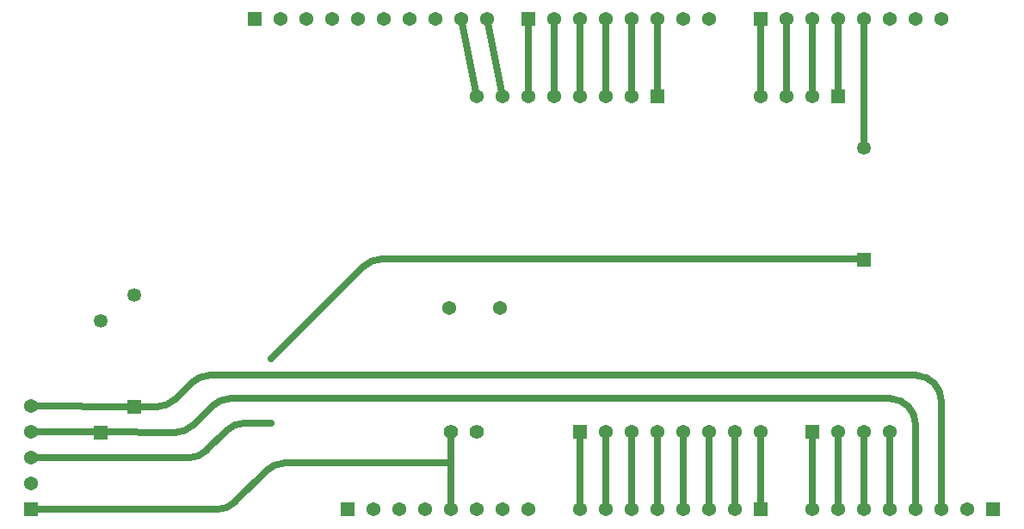
<source format=gbr>
%TF.GenerationSoftware,Altium Limited,Altium Designer,24.1.2 (44)*%
G04 Layer_Physical_Order=1*
G04 Layer_Color=255*
%FSLAX45Y45*%
%MOMM*%
%TF.SameCoordinates,7D1D8A4D-2C7A-4F71-9711-01752012572A*%
%TF.FilePolarity,Positive*%
%TF.FileFunction,Copper,L1,Top,Signal*%
%TF.Part,Single*%
G01*
G75*
%TA.AperFunction,Conductor*%
%ADD10C,0.63500*%
%TA.AperFunction,ComponentPad*%
%ADD11C,1.37160*%
%ADD12C,1.37000*%
%ADD13R,1.37000X1.37000*%
%ADD14R,1.37000X1.37000*%
%ADD15C,1.35000*%
%ADD16R,1.35000X1.35000*%
%ADD17C,1.39700*%
%TA.AperFunction,ViaPad*%
%ADD18C,0.71120*%
D10*
X8890000Y1092200D02*
G03*
X8636000Y1346200I-254000J0D01*
G01*
X1605390Y1012100D02*
G03*
X1784995Y1086495I0J254000D01*
G01*
X190500Y1016000D02*
G03*
X199915Y1012100I9415J9415D01*
G01*
X1427590Y1266100D02*
G03*
X1607195Y1340495I0J254000D01*
G01*
X4318000Y698500D02*
G03*
X4287339Y711200I-30661J-30661D01*
G01*
X2683310D02*
G03*
X2503705Y636805I0J-254000D01*
G01*
X2015690Y254000D02*
G03*
X2195295Y328395I0J254000D01*
G01*
X3635810Y2717800D02*
G03*
X3456205Y2643405I0J-254000D01*
G01*
X2289610Y1104900D02*
G03*
X2110005Y1030505I0J-254000D01*
G01*
X1736290Y762000D02*
G03*
X1915895Y836395I0J254000D01*
G01*
X2149910Y1346200D02*
G03*
X1970305Y1271805I0J-254000D01*
G01*
X1946710Y1574800D02*
G03*
X1767105Y1500405I0J-254000D01*
G01*
X9144000Y1320800D02*
G03*
X8890000Y1574800I-254000J0D01*
G01*
Y254000D02*
Y1092200D01*
X2149910Y1346200D02*
X8636000D01*
X876306Y1014110D02*
X1605390Y1012100D01*
X190500Y1016000D02*
X876306Y1014110D01*
X1206502Y1266797D02*
X1427590Y1266100D01*
X1205744Y1266799D02*
X1206502Y1266797D01*
X190500Y1270000D02*
X1205744Y1266799D01*
X8128000Y4318000D02*
Y5080000D01*
X7874000Y4318000D02*
Y5080000D01*
X7620000Y4318000D02*
Y5080000D01*
X7366000Y4318000D02*
Y5080000D01*
X4419600D02*
X4572000Y4318000D01*
X4673600Y5080000D02*
X4826000Y4318000D01*
X5080000D02*
Y5080000D01*
X5334000Y4318000D02*
Y5080000D01*
X5588000Y4318000D02*
Y5080000D01*
X5842000Y4318000D02*
Y5080000D01*
X6096000Y4318000D02*
Y5080000D01*
X6350000Y4318000D02*
Y5080000D01*
X4318000Y698500D02*
Y1016000D01*
Y254000D02*
Y698500D01*
X2683310Y711200D02*
X4287339D01*
X2195295Y328395D02*
X2503705Y636805D01*
X190500Y254000D02*
X2015690D01*
X8382000Y3813900D02*
Y5080000D01*
X3635810Y2717800D02*
X8382000D01*
X2552700Y1739900D02*
X3456205Y2643405D01*
X2289610Y1104900D02*
X2552700D01*
X1915895Y836395D02*
X2110005Y1030505D01*
X190500Y762000D02*
X1736290D01*
X1784995Y1086495D02*
X1970305Y1271805D01*
X1946710Y1574800D02*
X8890000D01*
X9144000Y254000D02*
Y1320800D01*
X1607195Y1340495D02*
X1767105Y1500405D01*
X7874000Y254000D02*
Y1016000D01*
X8128000Y254000D02*
Y1016000D01*
X8382000Y254000D02*
Y1016000D01*
X8636000Y254000D02*
Y1016000D01*
X7366000Y254000D02*
Y1016000D01*
X7112000Y254000D02*
Y1016000D01*
X6858000Y254000D02*
Y1016000D01*
X6604000Y254000D02*
Y1016000D01*
X6350000Y254000D02*
Y1016000D01*
X6096000Y254000D02*
Y1016000D01*
X5842000Y254000D02*
Y1016000D01*
X5588000Y254000D02*
Y1016000D01*
D11*
X4800600Y2235200D02*
D03*
X4300600D02*
D03*
D12*
X190500Y1270000D02*
D03*
Y1016000D02*
D03*
Y762000D02*
D03*
Y508000D02*
D03*
X7874000Y254000D02*
D03*
X8128000D02*
D03*
X8382000D02*
D03*
X8636000D02*
D03*
X8890000D02*
D03*
X9144000D02*
D03*
X9398000D02*
D03*
X9144000Y5080000D02*
D03*
X8890000D02*
D03*
X8636000D02*
D03*
X8382000D02*
D03*
X8128000D02*
D03*
X7874000D02*
D03*
X7620000D02*
D03*
X5588000Y254000D02*
D03*
X5842000D02*
D03*
X6096000D02*
D03*
X6350000D02*
D03*
X6604000D02*
D03*
X6858000D02*
D03*
X7112000D02*
D03*
X7874000Y4318000D02*
D03*
X7620000D02*
D03*
X7366000D02*
D03*
X8128000Y1016000D02*
D03*
X8382000D02*
D03*
X8636000D02*
D03*
X7366000D02*
D03*
X7112000D02*
D03*
X6858000D02*
D03*
X6604000D02*
D03*
X6350000D02*
D03*
X6096000D02*
D03*
X5842000D02*
D03*
X4572000Y4318000D02*
D03*
X4826000D02*
D03*
X5080000D02*
D03*
X5334000D02*
D03*
X5588000D02*
D03*
X5842000D02*
D03*
X6096000D02*
D03*
X5080000Y254000D02*
D03*
X4826000D02*
D03*
X4572000D02*
D03*
X4318000D02*
D03*
X4064000D02*
D03*
X3810000D02*
D03*
X3556000D02*
D03*
X5334000Y5080000D02*
D03*
X5588000D02*
D03*
X5842000D02*
D03*
X6096000D02*
D03*
X6350000D02*
D03*
X6604000D02*
D03*
X6858000D02*
D03*
X4673600D02*
D03*
X4419600D02*
D03*
X4165600D02*
D03*
X3911600D02*
D03*
X3657600D02*
D03*
X3403600D02*
D03*
X3149600D02*
D03*
X2895600D02*
D03*
X2641600D02*
D03*
D13*
X190500Y254000D02*
D03*
D14*
X9652000D02*
D03*
X7366000Y5080000D02*
D03*
Y254000D02*
D03*
X8128000Y4318000D02*
D03*
X7874000Y1016000D02*
D03*
X5588000D02*
D03*
X6350000Y4318000D02*
D03*
X3302000Y254000D02*
D03*
X5080000Y5080000D02*
D03*
X2387600D02*
D03*
D15*
X1206500Y2366100D02*
D03*
X876300Y2112100D02*
D03*
X8382000Y3813900D02*
D03*
D16*
X1206500Y1266100D02*
D03*
X876300Y1012100D02*
D03*
X8382000Y2713900D02*
D03*
D17*
X4318000Y1016000D02*
D03*
X4572000D02*
D03*
D18*
X2552700Y1739900D02*
D03*
Y1104900D02*
D03*
%TF.MD5,fa212768817096b7991c58f8c60efdfa*%
M02*

</source>
